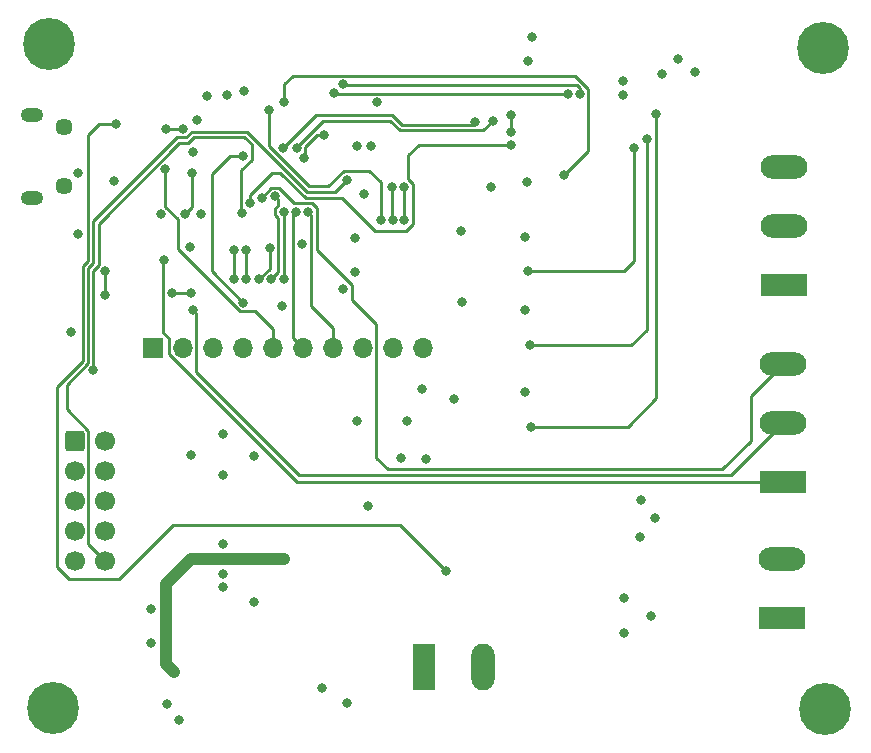
<source format=gbr>
%TF.GenerationSoftware,KiCad,Pcbnew,(6.0.5)*%
%TF.CreationDate,2022-05-23T21:52:17-04:00*%
%TF.ProjectId,HVAC_STM32_Motor_Controller,48564143-5f53-4544-9d33-325f4d6f746f,rev?*%
%TF.SameCoordinates,Original*%
%TF.FileFunction,Copper,L4,Bot*%
%TF.FilePolarity,Positive*%
%FSLAX46Y46*%
G04 Gerber Fmt 4.6, Leading zero omitted, Abs format (unit mm)*
G04 Created by KiCad (PCBNEW (6.0.5)) date 2022-05-23 21:52:17*
%MOMM*%
%LPD*%
G01*
G04 APERTURE LIST*
G04 Aperture macros list*
%AMRoundRect*
0 Rectangle with rounded corners*
0 $1 Rounding radius*
0 $2 $3 $4 $5 $6 $7 $8 $9 X,Y pos of 4 corners*
0 Add a 4 corners polygon primitive as box body*
4,1,4,$2,$3,$4,$5,$6,$7,$8,$9,$2,$3,0*
0 Add four circle primitives for the rounded corners*
1,1,$1+$1,$2,$3*
1,1,$1+$1,$4,$5*
1,1,$1+$1,$6,$7*
1,1,$1+$1,$8,$9*
0 Add four rect primitives between the rounded corners*
20,1,$1+$1,$2,$3,$4,$5,0*
20,1,$1+$1,$4,$5,$6,$7,0*
20,1,$1+$1,$6,$7,$8,$9,0*
20,1,$1+$1,$8,$9,$2,$3,0*%
G04 Aperture macros list end*
%TA.AperFunction,ComponentPad*%
%ADD10RoundRect,0.250000X-0.600000X-0.600000X0.600000X-0.600000X0.600000X0.600000X-0.600000X0.600000X0*%
%TD*%
%TA.AperFunction,ComponentPad*%
%ADD11C,1.700000*%
%TD*%
%TA.AperFunction,ComponentPad*%
%ADD12C,4.400000*%
%TD*%
%TA.AperFunction,ComponentPad*%
%ADD13R,3.960000X1.980000*%
%TD*%
%TA.AperFunction,ComponentPad*%
%ADD14O,3.960000X1.980000*%
%TD*%
%TA.AperFunction,ComponentPad*%
%ADD15O,1.900000X1.200000*%
%TD*%
%TA.AperFunction,ComponentPad*%
%ADD16C,1.450000*%
%TD*%
%TA.AperFunction,ComponentPad*%
%ADD17R,1.980000X3.960000*%
%TD*%
%TA.AperFunction,ComponentPad*%
%ADD18O,1.980000X3.960000*%
%TD*%
%TA.AperFunction,ComponentPad*%
%ADD19R,1.700000X1.700000*%
%TD*%
%TA.AperFunction,ComponentPad*%
%ADD20O,1.700000X1.700000*%
%TD*%
%TA.AperFunction,ViaPad*%
%ADD21C,0.800000*%
%TD*%
%TA.AperFunction,Conductor*%
%ADD22C,1.000000*%
%TD*%
%TA.AperFunction,Conductor*%
%ADD23C,0.250000*%
%TD*%
G04 APERTURE END LIST*
D10*
%TO.P,J1,1,Pin_1*%
%TO.N,+3V3*%
X104972500Y-101370000D03*
D11*
%TO.P,J1,2,Pin_2*%
%TO.N,SWDIO*%
X107512500Y-101370000D03*
%TO.P,J1,3,Pin_3*%
%TO.N,GND*%
X104972500Y-103910000D03*
%TO.P,J1,4,Pin_4*%
%TO.N,SWCLK*%
X107512500Y-103910000D03*
%TO.P,J1,5,Pin_5*%
%TO.N,GND*%
X104972500Y-106450000D03*
%TO.P,J1,6,Pin_6*%
%TO.N,SWO*%
X107512500Y-106450000D03*
%TO.P,J1,7,Pin_7*%
%TO.N,unconnected-(J1-Pad7)*%
X104972500Y-108990000D03*
%TO.P,J1,8,Pin_8*%
%TO.N,unconnected-(J1-Pad8)*%
X107512500Y-108990000D03*
%TO.P,J1,9,Pin_9*%
%TO.N,GND*%
X104972500Y-111530000D03*
%TO.P,J1,10,Pin_10*%
%TO.N,NRST*%
X107512500Y-111530000D03*
%TD*%
D12*
%TO.P,H2,1,1*%
%TO.N,GND*%
X168300000Y-68100000D03*
%TD*%
D13*
%TO.P,J9,1,Pin_1*%
%TO.N,BUCK_FB*%
X164900000Y-116400000D03*
D14*
%TO.P,J9,2,Pin_2*%
%TO.N,GND*%
X164900000Y-111400000D03*
%TD*%
D15*
%TO.P,J5,6,Shield*%
%TO.N,unconnected-(J5-Pad6)*%
X101362500Y-80825000D03*
X101362500Y-73825000D03*
D16*
X104062500Y-79825000D03*
X104062500Y-74825000D03*
%TD*%
D12*
%TO.P,H3,1,1*%
%TO.N,GND*%
X168500000Y-124100000D03*
%TD*%
D17*
%TO.P,J3,1,Pin_1*%
%TO.N,VM*%
X134535000Y-120500000D03*
D18*
%TO.P,J3,2,Pin_2*%
%TO.N,GND*%
X139535000Y-120500000D03*
%TD*%
D12*
%TO.P,H4,1,1*%
%TO.N,GND*%
X103100000Y-124000000D03*
%TD*%
D13*
%TO.P,J4,1,Pin_1*%
%TO.N,HALL1*%
X164920000Y-104890000D03*
D14*
%TO.P,J4,2,Pin_2*%
%TO.N,HALL2*%
X164920000Y-99890000D03*
%TO.P,J4,3,Pin_3*%
%TO.N,HALL3*%
X164920000Y-94890000D03*
%TD*%
D13*
%TO.P,J6,1,Pin_1*%
%TO.N,MOUT1*%
X165010000Y-88195000D03*
D14*
%TO.P,J6,2,Pin_2*%
%TO.N,MOUT2*%
X165010000Y-83195000D03*
%TO.P,J6,3,Pin_3*%
%TO.N,MOUT3*%
X165010000Y-78195000D03*
%TD*%
D19*
%TO.P,J2,1,Pin_1*%
%TO.N,+3V3*%
X111575000Y-93500000D03*
D20*
%TO.P,J2,2,Pin_2*%
%TO.N,I2C1_SCL*%
X114115000Y-93500000D03*
%TO.P,J2,3,Pin_3*%
%TO.N,I2C1_SDA*%
X116655000Y-93500000D03*
%TO.P,J2,4,Pin_4*%
%TO.N,SPI2_SCK*%
X119195000Y-93500000D03*
%TO.P,J2,5,Pin_5*%
%TO.N,SPI2_MISO*%
X121735000Y-93500000D03*
%TO.P,J2,6,Pin_6*%
%TO.N,SPI2_MOSI*%
X124275000Y-93500000D03*
%TO.P,J2,7,Pin_7*%
%TO.N,SPI2_NSS*%
X126815000Y-93500000D03*
%TO.P,J2,8,Pin_8*%
%TO.N,UART1_TX*%
X129355000Y-93500000D03*
%TO.P,J2,9,Pin_9*%
%TO.N,UART1_RX*%
X131895000Y-93500000D03*
%TO.P,J2,10,Pin_10*%
%TO.N,GND*%
X134435000Y-93500000D03*
%TD*%
D12*
%TO.P,H1,1,1*%
%TO.N,GND*%
X102800000Y-67800000D03*
%TD*%
D21*
%TO.N,GND*%
X117500000Y-104300000D03*
X108300000Y-79400000D03*
X120200000Y-102700000D03*
X152900000Y-106400000D03*
X157500000Y-70200000D03*
X120200000Y-115000000D03*
X151400000Y-70900000D03*
X119300000Y-71800000D03*
X143300000Y-79500000D03*
X151500000Y-114700000D03*
X129800000Y-106900000D03*
X143400000Y-69200000D03*
X143100000Y-90300000D03*
X128900000Y-99700000D03*
X125900000Y-122300000D03*
X105300000Y-78700000D03*
X143100000Y-84100000D03*
X152800000Y-109500000D03*
X129500000Y-80500000D03*
X104700000Y-92200000D03*
X114800000Y-102600000D03*
X151500000Y-117700000D03*
X117500000Y-110100000D03*
X133100000Y-99700000D03*
X130600000Y-72724500D03*
X143700000Y-67200000D03*
X114700000Y-85000000D03*
X128724500Y-87100000D03*
X128900000Y-76400000D03*
X117900000Y-72100000D03*
X116200000Y-72200000D03*
X124200000Y-84700000D03*
X156100000Y-69100000D03*
X117500000Y-113800000D03*
X154700000Y-70300000D03*
X151400000Y-72100000D03*
X143100000Y-97237500D03*
X117500000Y-100800000D03*
X111400000Y-115600000D03*
X117500000Y-112700000D03*
X128000000Y-123600000D03*
X140200000Y-79900000D03*
X154100000Y-107900000D03*
X112249951Y-82174549D03*
X153800000Y-116200000D03*
%TO.N,+3V3*%
X130100000Y-76400000D03*
X115006425Y-76924500D03*
X128724500Y-84200000D03*
X111400000Y-118500000D03*
X115300000Y-74200000D03*
X134700000Y-102900000D03*
X105300000Y-83900000D03*
X113800000Y-125000000D03*
X134400000Y-97000000D03*
X137800000Y-89600000D03*
X132600000Y-102800000D03*
X115700000Y-82200000D03*
X137700000Y-83600000D03*
X127700000Y-88500000D03*
X122500000Y-90000000D03*
X112800000Y-123700000D03*
X137100000Y-97837500D03*
%TO.N,BUCK_FB*%
X113400000Y-121000000D03*
X122700000Y-111400000D03*
%TO.N,+5VD*%
X108500000Y-74600000D03*
X136400000Y-112400000D03*
%TO.N,SWDIO*%
X107550000Y-89000000D03*
X107550000Y-87000000D03*
%TO.N,SWCLK*%
X114850000Y-88850000D03*
X118500000Y-85200000D03*
X113200000Y-88900000D03*
X118500000Y-87700000D03*
%TO.N,SWO*%
X119112000Y-82075500D03*
X106550000Y-95400000D03*
%TO.N,NRST*%
X128000000Y-79300000D03*
%TO.N,I2C1_SDA*%
X120600498Y-87699989D03*
X121475500Y-85081513D03*
%TO.N,SPI2_SCK*%
X119250000Y-89700000D03*
X119250000Y-77275500D03*
%TO.N,SPI2_MISO*%
X112662299Y-78362299D03*
X112675500Y-75000000D03*
X114124500Y-74975500D03*
%TO.N,SPI2_MOSI*%
X123750000Y-82000000D03*
%TO.N,SPI2_NSS*%
X124749503Y-82000000D03*
%TO.N,UART1_TX*%
X121975500Y-80700000D03*
X121600000Y-87700000D03*
%TO.N,UART1_RX*%
X122700000Y-82000000D03*
X122700000Y-87700000D03*
%TO.N,HALL1*%
X114900000Y-78750011D03*
X112500000Y-86075500D03*
X114312299Y-82187701D03*
%TO.N,HALL2*%
X119512299Y-85212299D03*
X115000000Y-90300000D03*
X119500000Y-87700000D03*
%TO.N,HALL3*%
X120800000Y-80800000D03*
%TO.N,CSENS1*%
X152300000Y-76600000D03*
X143400000Y-87000000D03*
%TO.N,CSENS3*%
X154200000Y-73749500D03*
X143600000Y-100237500D03*
%TO.N,CSENS2*%
X143500000Y-93300000D03*
X153400000Y-75873179D03*
%TO.N,ADC1_IN1*%
X132895825Y-79927792D03*
X132900000Y-82700000D03*
X124430159Y-77469841D03*
X126087701Y-75487701D03*
%TO.N,PWM2*%
X140400000Y-74275500D03*
X123775500Y-76602762D03*
%TO.N,ADC1_IN3*%
X131900494Y-82700037D03*
X131884023Y-79914996D03*
%TO.N,PWM1*%
X146400000Y-78900000D03*
X122700000Y-72700000D03*
%TO.N,PWM1_EN*%
X122600000Y-76600000D03*
X138900000Y-74375500D03*
%TO.N,ADC1_IN11*%
X121412000Y-73400000D03*
X130900992Y-82700000D03*
%TO.N,DRV_nSLEEP*%
X126900000Y-71974500D03*
X146750000Y-72000498D03*
%TO.N,DRV_nRESET*%
X147750000Y-72000000D03*
X127700000Y-71200000D03*
%TO.N,PWM3*%
X141900000Y-73800000D03*
X141900000Y-75274980D03*
%TO.N,PWM2_EN*%
X141900000Y-76300000D03*
X119824500Y-81220583D03*
%TD*%
D22*
%TO.N,BUCK_FB*%
X112700000Y-119800000D02*
X112700000Y-120300000D01*
X112700000Y-120300000D02*
X113400000Y-121000000D01*
X114800000Y-111400000D02*
X112700000Y-113500000D01*
X122700000Y-111400000D02*
X114800000Y-111400000D01*
X112700000Y-113500000D02*
X112700000Y-119800000D01*
D23*
%TO.N,+5VD*%
X106100960Y-82629525D02*
X106100960Y-86152991D01*
X103500000Y-112100000D02*
X104500000Y-113100000D01*
X108700000Y-113100000D02*
X113300000Y-108500000D01*
X106100960Y-86152991D02*
X105650960Y-86602992D01*
X104500000Y-113100000D02*
X108700000Y-113100000D01*
X132500000Y-108500000D02*
X136400000Y-112400000D01*
X106100000Y-82628565D02*
X106100960Y-82629525D01*
X105650960Y-86602992D02*
X105650960Y-94638708D01*
X107000000Y-74600000D02*
X106100000Y-75500000D01*
X103500000Y-96789668D02*
X103500000Y-112100000D01*
X105650960Y-94638708D02*
X103500000Y-96789668D01*
X113300000Y-108500000D02*
X132500000Y-108500000D01*
X108500000Y-74600000D02*
X107000000Y-74600000D01*
X106100000Y-75500000D02*
X106100000Y-82628565D01*
%TO.N,SWDIO*%
X107550000Y-87000000D02*
X107550000Y-89000000D01*
%TO.N,SWCLK*%
X113250000Y-88850000D02*
X113200000Y-88900000D01*
X118500000Y-87700000D02*
X118500000Y-85200000D01*
X114850000Y-88850000D02*
X113250000Y-88850000D01*
%TO.N,SWO*%
X119974511Y-77575603D02*
X119974511Y-76274511D01*
X119100000Y-78450114D02*
X119974511Y-77575603D01*
X115110812Y-75649520D02*
X114610800Y-76149531D01*
X119112000Y-82075500D02*
X119100000Y-82063500D01*
X119100000Y-82063500D02*
X119100000Y-78450114D01*
X107000000Y-83000000D02*
X107000000Y-86525386D01*
X114610800Y-76149531D02*
X113850469Y-76149531D01*
X107000000Y-86525386D02*
X106550000Y-86975386D01*
X119974511Y-76274511D02*
X119349520Y-75649520D01*
X119349520Y-75649520D02*
X115110812Y-75649520D01*
X113850469Y-76149531D02*
X107000000Y-83000000D01*
X106550000Y-86975386D02*
X106550000Y-95400000D01*
%TO.N,NRST*%
X106100480Y-86789189D02*
X106100480Y-94824906D01*
X113664271Y-75700011D02*
X106550480Y-82813803D01*
X114924614Y-75200000D02*
X114424603Y-75700011D01*
X104300000Y-98685007D02*
X106147011Y-100532018D01*
X104300000Y-96625386D02*
X104300000Y-98685007D01*
X114424603Y-75700011D02*
X113664271Y-75700011D01*
X128000000Y-79300000D02*
X127000000Y-80300000D01*
X127000000Y-80300000D02*
X124635718Y-80300000D01*
X124635718Y-80300000D02*
X119535718Y-75200000D01*
X106147011Y-100532018D02*
X106147011Y-110164511D01*
X119535718Y-75200000D02*
X114924614Y-75200000D01*
X106100480Y-94824906D02*
X104300000Y-96625386D01*
X106550480Y-86339188D02*
X106100480Y-86789189D01*
X106147011Y-110164511D02*
X107512500Y-111530000D01*
X106550480Y-82813803D02*
X106550480Y-86339188D01*
%TO.N,I2C1_SDA*%
X121475500Y-86799886D02*
X120600498Y-87674888D01*
X121475500Y-85081513D02*
X121475500Y-86799886D01*
X120600498Y-87674888D02*
X120600498Y-87699989D01*
%TO.N,SPI2_SCK*%
X118124500Y-77275500D02*
X116600000Y-78800000D01*
X116600000Y-87050000D02*
X119250000Y-89700000D01*
X119250000Y-77275500D02*
X118124500Y-77275500D01*
X116600000Y-78800000D02*
X116600000Y-87050000D01*
%TO.N,SPI2_MISO*%
X112662299Y-78362299D02*
X112662299Y-81562299D01*
X121735000Y-91935000D02*
X121735000Y-93500000D01*
X113700000Y-82600000D02*
X113700000Y-85174614D01*
X120224511Y-90424511D02*
X121735000Y-91935000D01*
X118949897Y-90424511D02*
X120224511Y-90424511D01*
X113700000Y-85174614D02*
X118949897Y-90424511D01*
X112662299Y-81562299D02*
X113700000Y-82600000D01*
X114124500Y-74975500D02*
X112700000Y-74975500D01*
X112700000Y-74975500D02*
X112675500Y-75000000D01*
%TO.N,SPI2_MOSI*%
X123475489Y-92700489D02*
X124275000Y-93500000D01*
X123475489Y-82274511D02*
X123475489Y-92700489D01*
X123750000Y-82000000D02*
X123475489Y-82274511D01*
%TO.N,SPI2_NSS*%
X124749503Y-82000000D02*
X125000000Y-82250497D01*
X125000000Y-90000000D02*
X126815000Y-91815000D01*
X126815000Y-91815000D02*
X126815000Y-93500000D01*
X125000000Y-82250497D02*
X125000000Y-90000000D01*
%TO.N,UART1_TX*%
X121975500Y-80700000D02*
X122200000Y-80924500D01*
X121975489Y-81699897D02*
X121975489Y-82300103D01*
X122200000Y-87100000D02*
X121600000Y-87700000D01*
X122200000Y-81475386D02*
X121975489Y-81699897D01*
X121975489Y-82300103D02*
X122200000Y-82524614D01*
X122200000Y-82524614D02*
X122200000Y-87100000D01*
X122200000Y-80924500D02*
X122200000Y-81475386D01*
%TO.N,UART1_RX*%
X122700000Y-82000000D02*
X122700000Y-87700000D01*
%TO.N,HALL1*%
X112475489Y-86100011D02*
X112475489Y-92225978D01*
X112940489Y-92690978D02*
X112940489Y-94040489D01*
X112475489Y-92225978D02*
X112940489Y-92690978D01*
X112940489Y-94040489D02*
X123790000Y-104890000D01*
X123790000Y-104890000D02*
X164920000Y-104890000D01*
X112500000Y-86075500D02*
X112475489Y-86100011D01*
X114900000Y-78750011D02*
X114900000Y-81600000D01*
X114900000Y-81600000D02*
X114312299Y-82187701D01*
%TO.N,HALL2*%
X160510000Y-104300000D02*
X164920000Y-99890000D01*
X119500000Y-85224598D02*
X119500000Y-87700000D01*
X115000000Y-90300000D02*
X115289511Y-90589511D01*
X115289511Y-95589511D02*
X124000000Y-104300000D01*
X119512299Y-85212299D02*
X119500000Y-85224598D01*
X115289511Y-90589511D02*
X115289511Y-95589511D01*
X124000000Y-104300000D02*
X160510000Y-104300000D01*
%TO.N,HALL3*%
X162200000Y-97610000D02*
X164920000Y-94890000D01*
X130529511Y-91529511D02*
X130529511Y-102829511D01*
X131500000Y-103800000D02*
X159800000Y-103800000D01*
X128424511Y-88199897D02*
X128424511Y-89424511D01*
X125049606Y-81275489D02*
X125474014Y-81699897D01*
X159800000Y-103800000D02*
X162200000Y-101400000D01*
X125474014Y-81699897D02*
X125474014Y-85249400D01*
X120800000Y-80800000D02*
X121624511Y-79975489D01*
X162200000Y-101400000D02*
X162200000Y-97610000D01*
X122275603Y-79975489D02*
X123575603Y-81275489D01*
X128424511Y-89424511D02*
X130529511Y-91529511D01*
X121624511Y-79975489D02*
X122275603Y-79975489D01*
X130529511Y-102829511D02*
X131500000Y-103800000D01*
X123575603Y-81275489D02*
X125049606Y-81275489D01*
X125474014Y-85249400D02*
X128424511Y-88199897D01*
%TO.N,CSENS1*%
X151500000Y-87000000D02*
X143400000Y-87000000D01*
X152300000Y-76600000D02*
X152300000Y-86200000D01*
X152300000Y-86200000D02*
X151500000Y-87000000D01*
%TO.N,CSENS3*%
X143637500Y-100200000D02*
X143600000Y-100237500D01*
X154200000Y-73749500D02*
X154200000Y-97800000D01*
X151800000Y-100200000D02*
X143637500Y-100200000D01*
X154200000Y-97800000D02*
X151800000Y-100200000D01*
%TO.N,CSENS2*%
X153400000Y-92000000D02*
X152100000Y-93300000D01*
X153400000Y-75873179D02*
X153400000Y-92000000D01*
X152100000Y-93300000D02*
X143500000Y-93300000D01*
%TO.N,ADC1_IN1*%
X132900000Y-82700000D02*
X132895825Y-82695825D01*
X132895825Y-82695825D02*
X132895825Y-79927792D01*
X124500000Y-77400000D02*
X124500000Y-76500000D01*
X124500000Y-76500000D02*
X125512299Y-75487701D01*
X124430159Y-77469841D02*
X124500000Y-77400000D01*
X125512299Y-75487701D02*
X126087701Y-75487701D01*
%TO.N,PWM2*%
X132514423Y-75100000D02*
X139575500Y-75100000D01*
X131689923Y-74275500D02*
X132514423Y-75100000D01*
X139575500Y-75100000D02*
X140400000Y-74275500D01*
X123775500Y-76524500D02*
X126024500Y-74275500D01*
X123775500Y-76602762D02*
X123775500Y-76524500D01*
X126024500Y-74275500D02*
X131689923Y-74275500D01*
%TO.N,ADC1_IN3*%
X131900494Y-82700037D02*
X131884023Y-82683566D01*
X131884023Y-82683566D02*
X131884023Y-79914996D01*
%TO.N,PWM1*%
X148474511Y-71588794D02*
X148474511Y-76825489D01*
X148474511Y-76825489D02*
X146400000Y-78900000D01*
X123424511Y-70475489D02*
X147361206Y-70475489D01*
X122700000Y-71200000D02*
X123424511Y-70475489D01*
X147361206Y-70475489D02*
X148474511Y-71588794D01*
X122700000Y-72700000D02*
X122700000Y-71200000D01*
%TO.N,PWM1_EN*%
X125374020Y-73825980D02*
X122600000Y-76600000D01*
X138900000Y-74375500D02*
X138625020Y-74650480D01*
X138625020Y-74650480D02*
X132700621Y-74650480D01*
X132700621Y-74650480D02*
X131876121Y-73825980D01*
X131876121Y-73825980D02*
X125374020Y-73825980D01*
%TO.N,ADC1_IN11*%
X126424906Y-79850480D02*
X124821916Y-79850480D01*
X127775386Y-78500000D02*
X126424906Y-79850480D01*
X130900000Y-79500000D02*
X129900000Y-78500000D01*
X129900000Y-78500000D02*
X127775386Y-78500000D01*
X130900000Y-82699008D02*
X130900000Y-79500000D01*
X124821916Y-79850480D02*
X121412000Y-76440564D01*
X121412000Y-76440564D02*
X121412000Y-73400000D01*
X130900992Y-82700000D02*
X130900000Y-82699008D01*
%TO.N,DRV_nSLEEP*%
X146749502Y-72000000D02*
X146750000Y-72000498D01*
X126900000Y-71974500D02*
X126925500Y-72000000D01*
X126925500Y-72000000D02*
X146749502Y-72000000D01*
%TO.N,DRV_nRESET*%
X127700000Y-71200000D02*
X127750000Y-71250000D01*
X127750000Y-71250000D02*
X147500000Y-71250000D01*
X147750000Y-71500000D02*
X147750000Y-72000000D01*
X147500000Y-71250000D02*
X147750000Y-71500000D01*
%TO.N,PWM3*%
X141900000Y-73800000D02*
X141900000Y-75274980D01*
%TO.N,PWM2_EN*%
X133024614Y-83600000D02*
X133624511Y-83000103D01*
X133624511Y-83000103D02*
X133624511Y-79631864D01*
X119824500Y-81220583D02*
X119824500Y-80575500D01*
X133624511Y-79631864D02*
X133200000Y-79207353D01*
X134100000Y-76300000D02*
X141900000Y-76300000D01*
X124525969Y-80825969D02*
X127625969Y-80825969D01*
X127625969Y-80825969D02*
X130400000Y-83600000D01*
X130400000Y-83600000D02*
X133024614Y-83600000D01*
X133200000Y-77200000D02*
X134100000Y-76300000D01*
X121700000Y-78700000D02*
X122400000Y-78700000D01*
X119824500Y-80575500D02*
X121700000Y-78700000D01*
X133200000Y-79207353D02*
X133200000Y-77200000D01*
X122400000Y-78700000D02*
X124525969Y-80825969D01*
%TD*%
M02*

</source>
